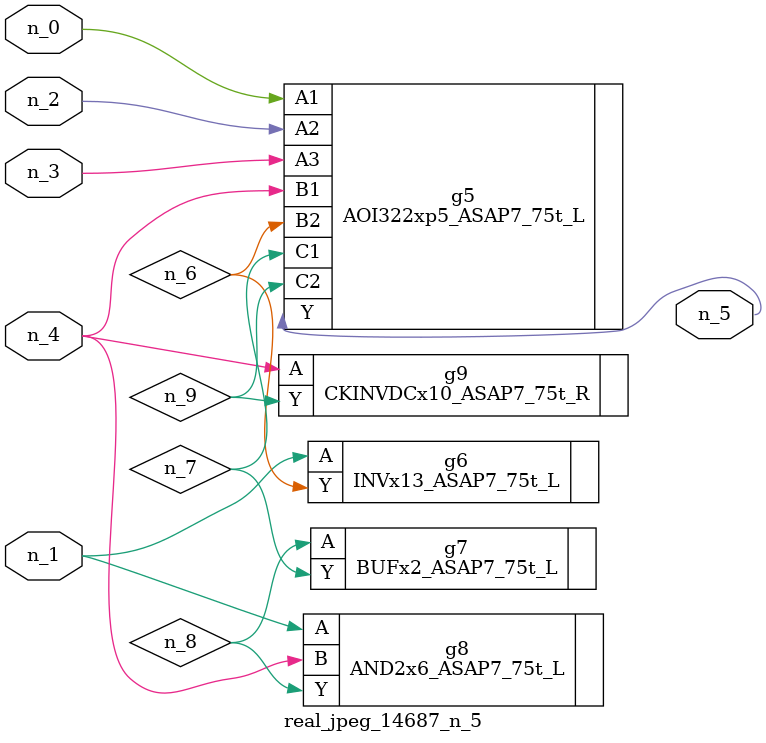
<source format=v>
module real_jpeg_14687_n_5 (n_4, n_0, n_1, n_2, n_3, n_5);

input n_4;
input n_0;
input n_1;
input n_2;
input n_3;

output n_5;

wire n_8;
wire n_6;
wire n_7;
wire n_9;

AOI322xp5_ASAP7_75t_L g5 ( 
.A1(n_0),
.A2(n_2),
.A3(n_3),
.B1(n_4),
.B2(n_6),
.C1(n_7),
.C2(n_9),
.Y(n_5)
);

INVx13_ASAP7_75t_L g6 ( 
.A(n_1),
.Y(n_6)
);

AND2x6_ASAP7_75t_L g8 ( 
.A(n_1),
.B(n_4),
.Y(n_8)
);

CKINVDCx10_ASAP7_75t_R g9 ( 
.A(n_4),
.Y(n_9)
);

BUFx2_ASAP7_75t_L g7 ( 
.A(n_8),
.Y(n_7)
);


endmodule
</source>
